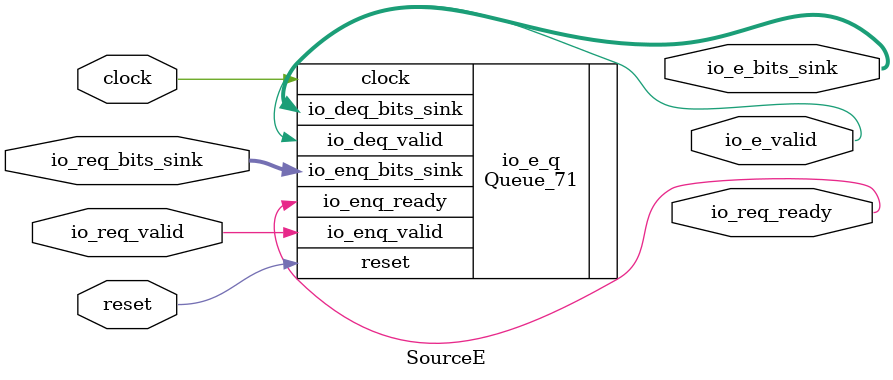
<source format=sv>
`ifndef RANDOMIZE
  `ifdef RANDOMIZE_REG_INIT
    `define RANDOMIZE
  `endif // RANDOMIZE_REG_INIT
`endif // not def RANDOMIZE
`ifndef RANDOMIZE
  `ifdef RANDOMIZE_MEM_INIT
    `define RANDOMIZE
  `endif // RANDOMIZE_MEM_INIT
`endif // not def RANDOMIZE

`ifndef RANDOM
  `define RANDOM $random
`endif // not def RANDOM

// Users can define 'PRINTF_COND' to add an extra gate to prints.
`ifndef PRINTF_COND_
  `ifdef PRINTF_COND
    `define PRINTF_COND_ (`PRINTF_COND)
  `else  // PRINTF_COND
    `define PRINTF_COND_ 1
  `endif // PRINTF_COND
`endif // not def PRINTF_COND_

// Users can define 'ASSERT_VERBOSE_COND' to add an extra gate to assert error printing.
`ifndef ASSERT_VERBOSE_COND_
  `ifdef ASSERT_VERBOSE_COND
    `define ASSERT_VERBOSE_COND_ (`ASSERT_VERBOSE_COND)
  `else  // ASSERT_VERBOSE_COND
    `define ASSERT_VERBOSE_COND_ 1
  `endif // ASSERT_VERBOSE_COND
`endif // not def ASSERT_VERBOSE_COND_

// Users can define 'STOP_COND' to add an extra gate to stop conditions.
`ifndef STOP_COND_
  `ifdef STOP_COND
    `define STOP_COND_ (`STOP_COND)
  `else  // STOP_COND
    `define STOP_COND_ 1
  `endif // STOP_COND
`endif // not def STOP_COND_

// Users can define INIT_RANDOM as general code that gets injected into the
// initializer block for modules with registers.
`ifndef INIT_RANDOM
  `define INIT_RANDOM
`endif // not def INIT_RANDOM

// If using random initialization, you can also define RANDOMIZE_DELAY to
// customize the delay used, otherwise 0.002 is used.
`ifndef RANDOMIZE_DELAY
  `define RANDOMIZE_DELAY 0.002
`endif // not def RANDOMIZE_DELAY

// Define INIT_RANDOM_PROLOG_ for use in our modules below.
`ifndef INIT_RANDOM_PROLOG_
  `ifdef RANDOMIZE
    `ifdef VERILATOR
      `define INIT_RANDOM_PROLOG_ `INIT_RANDOM
    `else  // VERILATOR
      `define INIT_RANDOM_PROLOG_ `INIT_RANDOM #`RANDOMIZE_DELAY begin end
    `endif // VERILATOR
  `else  // RANDOMIZE
    `define INIT_RANDOM_PROLOG_
  `endif // RANDOMIZE
`endif // not def INIT_RANDOM_PROLOG_

module SourceE(
  input        clock,
               reset,
               io_req_valid,
  input  [2:0] io_req_bits_sink,
  output       io_req_ready,
               io_e_valid,
  output [2:0] io_e_bits_sink
);

  Queue_71 io_e_q (	// @[Decoupled.scala:375:21]
    .clock            (clock),
    .reset            (reset),
    .io_enq_valid     (io_req_valid),
    .io_enq_bits_sink (io_req_bits_sink),
    .io_enq_ready     (io_req_ready),
    .io_deq_valid     (io_e_valid),
    .io_deq_bits_sink (io_e_bits_sink)
  );
endmodule


</source>
